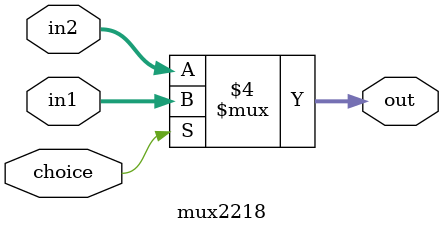
<source format=v>
module mux2218(in1, in2, choice, out);
    input[7:0] in1,in2;
    input choice;
    output reg [7:0] out;
    always@(*) begin
      if (choice == 1'b1) out = in1;
      else out = in2;
    end
endmodule

</source>
